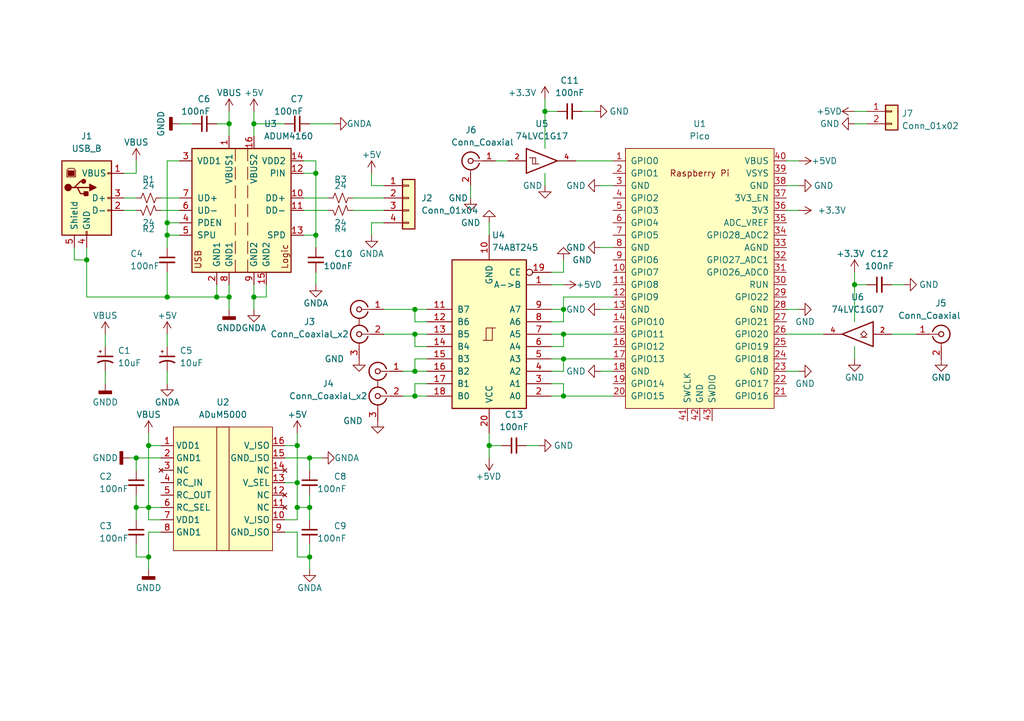
<source format=kicad_sch>
(kicad_sch (version 20211123) (generator eeschema)
  (paper "A5")
  (lib_symbols
    (symbol "74xGxx:74LVC1G07" (pin_names (offset 1.016))
      (property "Reference" "U" (at -2.54 3.81 0))
      (property "Value" "74LVC1G07" (at 0 -3.81 0))
      (symbol "74LVC1G07_0_1"
        (polyline (pts (xy -2.54 -0.635) (xy -1.27 -0.635)))
        (polyline (pts (xy -3.81 2.54) (xy -3.81 -2.54) (xy 2.54 0) (xy -3.81 2.54)) (stroke (width 0.254)))
        (polyline (pts (xy -1.905 0.635) (xy -2.54 0) (xy -1.905 -0.635) (xy -1.27 0) (xy -1.905 0.635)))
      )
      (symbol "74LVC1G07_1_1"
        (pin input line (at -7.62 0 0) (length 3.81) (name "~") (number "2"))
        (pin power_in line (at 0 -2.54 270) (length 0) hide (name "GND") (number "3"))
        (pin open_collector line (at 6.35 0 180) (length 3.81) (name "~") (number "4"))
        (pin power_in line (at 0 2.54 90) (length 0) hide (name "VCC") (number "5"))
      )
    )
    (symbol "74xGxx:74LVC1G17" (pin_names (offset 1.016))
      (property "Reference" "U" (at -2.54 3.81 0))
      (property "Value" "74LVC1G17" (at 0 -3.81 0))
      (symbol "74LVC1G17_0_1"
        (polyline (pts (xy -2.54 0.635) (xy -1.905 0.635) (xy -1.905 -0.635)))
        (polyline (pts (xy -3.81 2.54) (xy -3.81 -2.54) (xy 2.54 0) (xy -3.81 2.54)) (stroke (width 0.254)))
        (polyline (pts (xy -3.175 0.635) (xy -2.54 0.635) (xy -2.54 -0.635) (xy -1.27 -0.635)))
      )
      (symbol "74LVC1G17_1_1"
        (pin input line (at -7.62 0 0) (length 3.81) (name "~") (number "2"))
        (pin power_in line (at 0 -2.54 270) (length 0) hide (name "GND") (number "3"))
        (pin output line (at 6.35 0 180) (length 3.81) (name "~") (number "4"))
        (pin power_in line (at 0 2.54 90) (length 0) hide (name "VCC") (number "5"))
      )
    )
    (symbol "74xx:74LS245" (pin_names (offset 1.016))
      (property "Reference" "U" (at -7.62 16.51 0))
      (property "Value" "74LS245" (at -7.62 -16.51 0))
      (symbol "74LS245_1_0"
        (polyline (pts (xy -0.635 -1.27) (xy -0.635 1.27) (xy 0.635 1.27)))
        (polyline (pts (xy -1.27 -1.27) (xy 0.635 -1.27) (xy 0.635 1.27) (xy 1.27 1.27)))
        (pin input line (at -12.7 -10.16 0) (length 5.08) (name "A->B") (number "1"))
        (pin power_in line (at 0 -20.32 90) (length 5.08) (name "GND") (number "10"))
        (pin tri_state line (at 12.7 -5.08 180) (length 5.08) (name "B7") (number "11"))
        (pin tri_state line (at 12.7 -2.54 180) (length 5.08) (name "B6") (number "12"))
        (pin tri_state line (at 12.7 0 180) (length 5.08) (name "B5") (number "13"))
        (pin tri_state line (at 12.7 2.54 180) (length 5.08) (name "B4") (number "14"))
        (pin tri_state line (at 12.7 5.08 180) (length 5.08) (name "B3") (number "15"))
        (pin tri_state line (at 12.7 7.62 180) (length 5.08) (name "B2") (number "16"))
        (pin tri_state line (at 12.7 10.16 180) (length 5.08) (name "B1") (number "17"))
        (pin tri_state line (at 12.7 12.7 180) (length 5.08) (name "B0") (number "18"))
        (pin input inverted (at -12.7 -12.7 0) (length 5.08) (name "CE") (number "19"))
        (pin tri_state line (at -12.7 12.7 0) (length 5.08) (name "A0") (number "2"))
        (pin power_in line (at 0 20.32 270) (length 5.08) (name "VCC") (number "20"))
        (pin tri_state line (at -12.7 10.16 0) (length 5.08) (name "A1") (number "3"))
        (pin tri_state line (at -12.7 7.62 0) (length 5.08) (name "A2") (number "4"))
        (pin tri_state line (at -12.7 5.08 0) (length 5.08) (name "A3") (number "5"))
        (pin tri_state line (at -12.7 2.54 0) (length 5.08) (name "A4") (number "6"))
        (pin tri_state line (at -12.7 0 0) (length 5.08) (name "A5") (number "7"))
        (pin tri_state line (at -12.7 -2.54 0) (length 5.08) (name "A6") (number "8"))
        (pin tri_state line (at -12.7 -5.08 0) (length 5.08) (name "A7") (number "9"))
      )
      (symbol "74LS245_1_1"
        (rectangle (start -7.62 15.24) (end 7.62 -15.24) (stroke (width 0.254)) (fill (type background)))
      )
    )
    (symbol "Connector:Conn_Coaxial" (pin_names (offset 1.016) hide)
      (property "Reference" "J" (at 0.254 3.048 0))
      (property "Value" "Conn_Coaxial" (at 2.921 0 90))
      (symbol "Conn_Coaxial_0_1"
        (arc (start -1.778 -0.508) (mid 0.2311 -1.8066) (end 1.778 0) (stroke (width 0.254)))
        (polyline (pts (xy -2.54 0) (xy -0.508 0)))
        (polyline (pts (xy 0 -2.54) (xy 0 -1.778)))
        (circle (center 0 0) (radius 0.508) (stroke (width 0.2032)))
        (arc (start 1.778 0) (mid 0.2099 1.8101) (end -1.778 0.508) (stroke (width 0.254)))
      )
      (symbol "Conn_Coaxial_1_1"
        (pin passive line (at -5.08 0 0) (length 2.54) (name "In") (number "1"))
        (pin passive line (at 0 -5.08 90) (length 2.54) (name "Ext") (number "2"))
      )
    )
    (symbol "Connector:Conn_Coaxial_x2" (pin_names (offset 1.016) hide)
      (property "Reference" "J" (at 0 5.715 0))
      (property "Value" "Conn_Coaxial_x2" (at 2.921 0 90))
      (symbol "Conn_Coaxial_x2_0_1"
        (arc (start -1.778 -3.048) (mid 0.2311 -4.3466) (end 1.778 -2.54) (stroke (width 0.254)))
        (arc (start -1.778 2.032) (mid 0.2311 0.7334) (end 1.778 2.54) (stroke (width 0.254)))
        (circle (center 0 -2.54) (radius 0.508) (stroke (width 0.2032)))
        (polyline (pts (xy -2.54 -2.54) (xy -0.508 -2.54)))
        (polyline (pts (xy -2.54 2.54) (xy -0.508 2.54)))
        (polyline (pts (xy 0 -5.08) (xy 0 -4.318)))
        (polyline (pts (xy 0 0.762) (xy 0 -0.635)))
        (circle (center 0 2.54) (radius 0.508) (stroke (width 0.2032)))
        (arc (start 1.778 -2.54) (mid 0.2099 -0.7299) (end -1.778 -2.032) (stroke (width 0.254)))
        (arc (start 1.778 2.54) (mid 0.2099 4.3501) (end -1.778 3.048) (stroke (width 0.254)))
      )
      (symbol "Conn_Coaxial_x2_1_1"
        (pin passive line (at -5.08 2.54 0) (length 2.54) (name "IN1") (number "1"))
        (pin passive line (at -5.08 -2.54 0) (length 2.54) (name "IN2") (number "2"))
        (pin passive line (at 0 -7.62 90) (length 2.54) (name "EXT") (number "3"))
      )
    )
    (symbol "Connector:USB_B" (pin_names (offset 1.016))
      (property "Reference" "J" (at -5.08 11.43 0))
      (property "Value" "USB_B" (at -5.08 8.89 0))
      (symbol "USB_B_0_1"
        (rectangle (start -5.08 -7.62) (end 5.08 7.62) (stroke (width 0.254)) (fill (type background)))
        (circle (center -3.81 2.159) (radius 0.635) (stroke (width 0.254)) (fill (type outline)))
        (rectangle (start -3.81 5.588) (end -2.54 4.572) (fill (type outline)))
        (circle (center -0.635 3.429) (radius 0.381) (stroke (width 0.254)) (fill (type outline)))
        (rectangle (start -0.127 -7.62) (end 0.127 -6.858))
        (polyline (pts (xy -1.905 2.159) (xy 0.635 2.159)) (stroke (width 0.254)))
        (polyline (pts (xy -3.175 2.159) (xy -2.54 2.159) (xy -1.27 3.429) (xy -0.635 3.429)) (stroke (width 0.254)))
        (polyline (pts (xy -2.54 2.159) (xy -1.905 2.159) (xy -1.27 0.889) (xy 0 0.889)) (stroke (width 0.254)))
        (polyline (pts (xy 0.635 2.794) (xy 0.635 1.524) (xy 1.905 2.159) (xy 0.635 2.794)) (stroke (width 0.254)) (fill (type outline)))
        (polyline (pts (xy -4.064 4.318) (xy -2.286 4.318) (xy -2.286 5.715) (xy -2.667 6.096) (xy -3.683 6.096) (xy -4.064 5.715) (xy -4.064 4.318)))
        (rectangle (start 0.254 1.27) (end -0.508 0.508) (stroke (width 0.254)) (fill (type outline)))
        (rectangle (start 5.08 -2.667) (end 4.318 -2.413))
        (rectangle (start 5.08 -0.127) (end 4.318 0.127))
        (rectangle (start 5.08 4.953) (end 4.318 5.207))
      )
      (symbol "USB_B_1_1"
        (pin power_out line (at 7.62 5.08 180) (length 2.54) (name "VBUS") (number "1"))
        (pin bidirectional line (at 7.62 -2.54 180) (length 2.54) (name "D-") (number "2"))
        (pin bidirectional line (at 7.62 0 180) (length 2.54) (name "D+") (number "3"))
        (pin power_out line (at 0 -10.16 90) (length 2.54) (name "GND") (number "4"))
        (pin passive line (at -2.54 -10.16 90) (length 2.54) (name "Shield") (number "5"))
      )
    )
    (symbol "Connector_Generic:Conn_01x02" (pin_names (offset 1.016) hide)
      (property "Reference" "J" (at 0 2.54 0))
      (property "Value" "Conn_01x02" (at 0 -5.08 0))
      (symbol "Conn_01x02_1_1"
        (rectangle (start -1.27 -2.413) (end 0 -2.667) (stroke (width 0.1524)))
        (rectangle (start -1.27 0.127) (end 0 -0.127) (stroke (width 0.1524)))
        (rectangle (start -1.27 1.27) (end 1.27 -3.81) (stroke (width 0.254)) (fill (type background)))
        (pin passive line (at -5.08 0 0) (length 3.81) (name "Pin_1") (number "1"))
        (pin passive line (at -5.08 -2.54 0) (length 3.81) (name "Pin_2") (number "2"))
      )
    )
    (symbol "Connector_Generic:Conn_01x04" (pin_names (offset 1.016) hide)
      (property "Reference" "J" (at 0 5.08 0))
      (property "Value" "Conn_01x04" (at 0 -7.62 0))
      (symbol "Conn_01x04_1_1"
        (rectangle (start -1.27 -4.953) (end 0 -5.207) (stroke (width 0.1524)))
        (rectangle (start -1.27 -2.413) (end 0 -2.667) (stroke (width 0.1524)))
        (rectangle (start -1.27 0.127) (end 0 -0.127) (stroke (width 0.1524)))
        (rectangle (start -1.27 2.667) (end 0 2.413) (stroke (width 0.1524)))
        (rectangle (start -1.27 3.81) (end 1.27 -6.35) (stroke (width 0.254)) (fill (type background)))
        (pin passive line (at -5.08 2.54 0) (length 3.81) (name "Pin_1") (number "1"))
        (pin passive line (at -5.08 0 0) (length 3.81) (name "Pin_2") (number "2"))
        (pin passive line (at -5.08 -2.54 0) (length 3.81) (name "Pin_3") (number "3"))
        (pin passive line (at -5.08 -5.08 0) (length 3.81) (name "Pin_4") (number "4"))
      )
    )
    (symbol "Device:C_Polarized_Small_US" (pin_numbers hide) (pin_names (offset 0.254) hide)
      (property "Reference" "C" (at 0.254 1.778 0))
      (property "Value" "C_Polarized_Small_US" (at 0.254 -2.032 0))
      (symbol "C_Polarized_Small_US_0_1"
        (polyline (pts (xy -1.524 0.508) (xy 1.524 0.508)) (stroke (width 0.3048)))
        (polyline (pts (xy -1.27 1.524) (xy -0.762 1.524)))
        (polyline (pts (xy -1.016 1.27) (xy -1.016 1.778)))
        (arc (start 1.524 -0.762) (mid 0 -0.3734) (end -1.524 -0.762) (stroke (width 0.3048)))
      )
      (symbol "C_Polarized_Small_US_1_1"
        (pin passive line (at 0 2.54 270) (length 2.032) (name "~") (number "1"))
        (pin passive line (at 0 -2.54 90) (length 2.032) (name "~") (number "2"))
      )
    )
    (symbol "Device:C_Small" (pin_numbers hide) (pin_names (offset 0.254) hide)
      (property "Reference" "C" (at 0.254 1.778 0))
      (property "Value" "C_Small" (at 0.254 -2.032 0))
      (symbol "C_Small_0_1"
        (polyline (pts (xy -1.524 -0.508) (xy 1.524 -0.508)) (stroke (width 0.3302)))
        (polyline (pts (xy -1.524 0.508) (xy 1.524 0.508)) (stroke (width 0.3048)))
      )
      (symbol "C_Small_1_1"
        (pin passive line (at 0 2.54 270) (length 2.032) (name "~") (number "1"))
        (pin passive line (at 0 -2.54 90) (length 2.032) (name "~") (number "2"))
      )
    )
    (symbol "Device:R_Small_US" (pin_numbers hide) (pin_names (offset 0.254) hide)
      (property "Reference" "R" (at 0.762 0.508 0))
      (property "Value" "R_Small_US" (at 0.762 -1.016 0))
      (symbol "R_Small_US_1_1"
        (polyline (pts (xy 0 0) (xy 1.016 -0.381) (xy 0 -0.762) (xy -1.016 -1.143) (xy 0 -1.524)))
        (polyline (pts (xy 0 1.524) (xy 1.016 1.143) (xy 0 0.762) (xy -1.016 0.381) (xy 0 0)))
        (pin passive line (at 0 2.54 270) (length 1.016) (name "~") (number "1"))
        (pin passive line (at 0 -2.54 90) (length 1.016) (name "~") (number "2"))
      )
    )
    (symbol "Interface_USB:ADUM4160" (pin_names (offset 1.016))
      (property "Reference" "U" (at -10.16 13.97 0))
      (property "Value" "ADUM4160" (at 3.81 13.97 0))
      (symbol "ADUM4160_0_0"
        (text "Logic" (at 8.89 -12.065 900) (effects (font (size 1.27 1.27)) (justify left)))
      )
      (symbol "ADUM4160_0_1"
        (rectangle (start -10.16 12.7) (end 10.16 -12.7) (stroke (width 0.254)) (fill (type background)))
        (polyline (pts (xy -1.27 -10.16) (xy -1.27 -12.7)))
        (polyline (pts (xy -1.27 -6.35) (xy -1.27 -8.89)))
        (polyline (pts (xy -1.27 -2.54) (xy -1.27 -5.08)))
        (polyline (pts (xy -1.27 1.27) (xy -1.27 -1.27)))
        (polyline (pts (xy -1.27 5.08) (xy -1.27 2.54)))
        (polyline (pts (xy -1.27 8.89) (xy -1.27 6.35)))
        (polyline (pts (xy -1.27 12.7) (xy -1.27 10.16)))
        (polyline (pts (xy 1.27 -10.16) (xy 1.27 -12.7)))
        (polyline (pts (xy 1.27 -6.35) (xy 1.27 -8.89)))
        (polyline (pts (xy 1.27 -2.54) (xy 1.27 -5.08)))
        (polyline (pts (xy 1.27 1.27) (xy 1.27 -1.27)))
        (polyline (pts (xy 1.27 5.08) (xy 1.27 2.54)))
        (polyline (pts (xy 1.27 8.89) (xy 1.27 6.35)))
        (polyline (pts (xy 1.27 12.7) (xy 1.27 10.16)))
      )
      (symbol "ADUM4160_1_0"
        (text "USB" (at -8.89 -12.065 900) (effects (font (size 1.27 1.27)) (justify left)))
      )
      (symbol "ADUM4160_1_1"
        (pin power_in line (at -2.54 15.24 270) (length 2.54) (name "VBUS1") (number "1"))
        (pin bidirectional line (at 12.7 2.54 180) (length 2.54) (name "DD+") (number "10"))
        (pin bidirectional line (at 12.7 0 180) (length 2.54) (name "DD-") (number "11"))
        (pin input line (at 12.7 7.62 180) (length 2.54) (name "PIN") (number "12"))
        (pin input line (at 12.7 -5.08 180) (length 2.54) (name "SPD") (number "13"))
        (pin power_in line (at 12.7 10.16 180) (length 2.54) (name "VDD2") (number "14"))
        (pin power_in line (at 5.08 -15.24 90) (length 2.54) (name "GND2") (number "15"))
        (pin power_in line (at 2.54 15.24 270) (length 2.54) (name "VBUS2") (number "16"))
        (pin power_in line (at -5.08 -15.24 90) (length 2.54) (name "GND1") (number "2"))
        (pin power_in line (at -12.7 10.16 0) (length 2.54) (name "VDD1") (number "3"))
        (pin input line (at -12.7 -2.54 0) (length 2.54) (name "PDEN") (number "4"))
        (pin input line (at -12.7 -5.08 0) (length 2.54) (name "SPU") (number "5"))
        (pin bidirectional line (at -12.7 0 0) (length 2.54) (name "UD-") (number "6"))
        (pin bidirectional line (at -12.7 2.54 0) (length 2.54) (name "UD+") (number "7"))
        (pin power_in line (at -2.54 -15.24 90) (length 2.54) (name "GND1") (number "8"))
        (pin power_in line (at 2.54 -15.24 90) (length 2.54) (name "GND2") (number "9"))
      )
    )
    (symbol "MCU_RaspberryPi_and_Boards:Pico" (pin_names (offset 1.016))
      (property "Reference" "U" (at -13.97 27.94 0))
      (property "Value" "Pico" (at 0 19.05 0))
      (symbol "Pico_0_0"
        (text "Raspberry Pi" (at 0 21.59 0) (effects (font (size 1.27 1.27))))
      )
      (symbol "Pico_0_1"
        (rectangle (start -15.24 26.67) (end 15.24 -26.67) (fill (type background)))
      )
      (symbol "Pico_1_1"
        (pin bidirectional line (at -17.78 24.13 0) (length 2.54) (name "GPIO0") (number "1"))
        (pin bidirectional line (at -17.78 1.27 0) (length 2.54) (name "GPIO7") (number "10"))
        (pin bidirectional line (at -17.78 -1.27 0) (length 2.54) (name "GPIO8") (number "11"))
        (pin bidirectional line (at -17.78 -3.81 0) (length 2.54) (name "GPIO9") (number "12"))
        (pin power_in line (at -17.78 -6.35 0) (length 2.54) (name "GND") (number "13"))
        (pin bidirectional line (at -17.78 -8.89 0) (length 2.54) (name "GPIO10") (number "14"))
        (pin bidirectional line (at -17.78 -11.43 0) (length 2.54) (name "GPIO11") (number "15"))
        (pin bidirectional line (at -17.78 -13.97 0) (length 2.54) (name "GPIO12") (number "16"))
        (pin bidirectional line (at -17.78 -16.51 0) (length 2.54) (name "GPIO13") (number "17"))
        (pin power_in line (at -17.78 -19.05 0) (length 2.54) (name "GND") (number "18"))
        (pin bidirectional line (at -17.78 -21.59 0) (length 2.54) (name "GPIO14") (number "19"))
        (pin bidirectional line (at -17.78 21.59 0) (length 2.54) (name "GPIO1") (number "2"))
        (pin bidirectional line (at -17.78 -24.13 0) (length 2.54) (name "GPIO15") (number "20"))
        (pin bidirectional line (at 17.78 -24.13 180) (length 2.54) (name "GPIO16") (number "21"))
        (pin bidirectional line (at 17.78 -21.59 180) (length 2.54) (name "GPIO17") (number "22"))
        (pin power_in line (at 17.78 -19.05 180) (length 2.54) (name "GND") (number "23"))
        (pin bidirectional line (at 17.78 -16.51 180) (length 2.54) (name "GPIO18") (number "24"))
        (pin bidirectional line (at 17.78 -13.97 180) (length 2.54) (name "GPIO19") (number "25"))
        (pin bidirectional line (at 17.78 -11.43 180) (length 2.54) (name "GPIO20") (number "26"))
        (pin bidirectional line (at 17.78 -8.89 180) (length 2.54) (name "GPIO21") (number "27"))
        (pin power_in line (at 17.78 -6.35 180) (length 2.54) (name "GND") (number "28"))
        (pin bidirectional line (at 17.78 -3.81 180) (length 2.54) (name "GPIO22") (number "29"))
        (pin power_in line (at -17.78 19.05 0) (length 2.54) (name "GND") (number "3"))
        (pin input line (at 17.78 -1.27 180) (length 2.54) (name "RUN") (number "30"))
        (pin bidirectional line (at 17.78 1.27 180) (length 2.54) (name "GPIO26_ADC0") (number "31"))
        (pin bidirectional line (at 17.78 3.81 180) (length 2.54) (name "GPIO27_ADC1") (number "32"))
        (pin power_in line (at 17.78 6.35 180) (length 2.54) (name "AGND") (number "33"))
        (pin bidirectional line (at 17.78 8.89 180) (length 2.54) (name "GPIO28_ADC2") (number "34"))
        (pin unspecified line (at 17.78 11.43 180) (length 2.54) (name "ADC_VREF") (number "35"))
        (pin unspecified line (at 17.78 13.97 180) (length 2.54) (name "3V3") (number "36"))
        (pin input line (at 17.78 16.51 180) (length 2.54) (name "3V3_EN") (number "37"))
        (pin bidirectional line (at 17.78 19.05 180) (length 2.54) (name "GND") (number "38"))
        (pin unspecified line (at 17.78 21.59 180) (length 2.54) (name "VSYS") (number "39"))
        (pin bidirectional line (at -17.78 16.51 0) (length 2.54) (name "GPIO2") (number "4"))
        (pin unspecified line (at 17.78 24.13 180) (length 2.54) (name "VBUS") (number "40"))
        (pin input line (at -2.54 -29.21 90) (length 2.54) (name "SWCLK") (number "41"))
        (pin power_in line (at 0 -29.21 90) (length 2.54) (name "GND") (number "42"))
        (pin bidirectional line (at 2.54 -29.21 90) (length 2.54) (name "SWDIO") (number "43"))
        (pin bidirectional line (at -17.78 13.97 0) (length 2.54) (name "GPIO3") (number "5"))
        (pin bidirectional line (at -17.78 11.43 0) (length 2.54) (name "GPIO4") (number "6"))
        (pin bidirectional line (at -17.78 8.89 0) (length 2.54) (name "GPIO5") (number "7"))
        (pin power_in line (at -17.78 6.35 0) (length 2.54) (name "GND") (number "8"))
        (pin bidirectional line (at -17.78 3.81 0) (length 2.54) (name "GPIO6") (number "9"))
      )
    )
    (symbol "Regulator_Switching:ADuM6000"
      (property "Reference" "U" (at -10.16 12.7 0))
      (property "Value" "ADuM6000" (at 0 12.7 0))
      (symbol "ADuM6000_0_1"
        (rectangle (start -10.16 11.43) (end 10.16 -13.97) (fill (type background)))
        (rectangle (start -1.27 11.43) (end 1.27 -13.97))
      )
      (symbol "ADuM6000_1_1"
        (pin power_in line (at -12.7 7.62 0) (length 2.54) (name "VDD1") (number "1"))
        (pin passive line (at 12.7 -7.62 180) (length 2.54) (name "V_ISO") (number "10"))
        (pin no_connect line (at 12.7 -5.08 180) (length 2.54) (name "NC") (number "11"))
        (pin no_connect line (at 12.7 -2.54 180) (length 2.54) (name "NC") (number "12"))
        (pin input line (at 12.7 0 180) (length 2.54) (name "V_SEL") (number "13"))
        (pin no_connect line (at 12.7 2.54 180) (length 2.54) (name "NC") (number "14"))
        (pin passive line (at 12.7 5.08 180) (length 2.54) (name "GND_ISO") (number "15"))
        (pin power_out line (at 12.7 7.62 180) (length 2.54) (name "V_ISO") (number "16"))
        (pin power_in line (at -12.7 5.08 0) (length 2.54) (name "GND1") (number "2"))
        (pin no_connect line (at -12.7 2.54 0) (length 2.54) (name "NC") (number "3"))
        (pin input line (at -12.7 0 0) (length 2.54) (name "RC_IN") (number "4"))
        (pin output line (at -12.7 -2.54 0) (length 2.54) (name "RC_OUT") (number "5"))
        (pin input line (at -12.7 -5.08 0) (length 2.54) (name "RC_SEL") (number "6"))
        (pin power_in line (at -12.7 -7.62 0) (length 2.54) (name "VDD1") (number "7"))
        (pin power_in line (at -12.7 -10.16 0) (length 2.54) (name "GND1") (number "8"))
        (pin power_out line (at 12.7 -10.16 180) (length 2.54) (name "GND_ISO") (number "9"))
      )
    )
    (symbol "power:+3.3V" (power) (pin_names (offset 0))
      (property "Value" "+3.3V" (at 0 3.556 0))
      (symbol "+3.3V_0_1"
        (polyline (pts (xy -0.762 1.27) (xy 0 2.54)))
        (polyline (pts (xy 0 0) (xy 0 2.54)))
        (polyline (pts (xy 0 2.54) (xy 0.762 1.27)))
      )
      (symbol "+3.3V_1_1"
        (pin power_in line (at 0 0 90) (length 0) hide (name "+3.3V") (number "1"))
      )
    )
    (symbol "power:+5V" (power) (pin_names (offset 0))
      (property "Value" "+5V" (at 0 3.556 0))
      (symbol "+5V_0_1"
        (polyline (pts (xy -0.762 1.27) (xy 0 2.54)))
        (polyline (pts (xy 0 0) (xy 0 2.54)))
        (polyline (pts (xy 0 2.54) (xy 0.762 1.27)))
      )
      (symbol "+5V_1_1"
        (pin power_in line (at 0 0 90) (length 0) hide (name "+5V") (number "1"))
      )
    )
    (symbol "power:+5VD" (power) (pin_names (offset 0))
      (property "Value" "+5VD" (at 0 3.556 0))
      (symbol "+5VD_0_1"
        (polyline (pts (xy -0.762 1.27) (xy 0 2.54)))
        (polyline (pts (xy 0 0) (xy 0 2.54)))
        (polyline (pts (xy 0 2.54) (xy 0.762 1.27)))
      )
      (symbol "+5VD_1_1"
        (pin power_in line (at 0 0 90) (length 0) hide (name "+5VD") (number "1"))
      )
    )
    (symbol "power:GND" (power) (pin_names (offset 0))
      (property "Value" "GND" (at 0 -3.81 0))
      (symbol "GND_0_1"
        (polyline (pts (xy 0 0) (xy 0 -1.27) (xy 1.27 -1.27) (xy 0 -2.54) (xy -1.27 -1.27) (xy 0 -1.27)))
      )
      (symbol "GND_1_1"
        (pin power_in line (at 0 0 270) (length 0) hide (name "GND") (number "1"))
      )
    )
    (symbol "power:GNDA" (power) (pin_names (offset 0))
      (property "Value" "GNDA" (at 0 -3.81 0))
      (symbol "GNDA_0_1"
        (polyline (pts (xy 0 0) (xy 0 -1.27) (xy 1.27 -1.27) (xy 0 -2.54) (xy -1.27 -1.27) (xy 0 -1.27)))
      )
      (symbol "GNDA_1_1"
        (pin power_in line (at 0 0 270) (length 0) hide (name "GNDA") (number "1"))
      )
    )
    (symbol "power:GNDD" (power) (pin_names (offset 0))
      (property "Value" "GNDD" (at 0 -3.175 0))
      (symbol "GNDD_0_1"
        (rectangle (start -1.27 -1.524) (end 1.27 -2.032) (stroke (width 0.254)) (fill (type outline)))
        (polyline (pts (xy 0 0) (xy 0 -1.524)))
      )
      (symbol "GNDD_1_1"
        (pin power_in line (at 0 0 270) (length 0) hide (name "GNDD") (number "1"))
      )
    )
    (symbol "power:VBUS" (power) (pin_names (offset 0))
      (property "Value" "VBUS" (at 0 3.81 0))
      (symbol "VBUS_0_1"
        (polyline (pts (xy -0.762 1.27) (xy 0 2.54)))
        (polyline (pts (xy 0 0) (xy 0 2.54)))
        (polyline (pts (xy 0 2.54) (xy 0.762 1.27)))
      )
      (symbol "VBUS_1_1"
        (pin power_in line (at 0 0 90) (length 0) hide (name "VBUS") (number "1"))
      )
    )
  )
  (junction (at 115.57 68.58))
  (junction (at 63.5 93.98))
  (junction (at 85.09 63.5))
  (junction (at 60.96 91.44))
  (junction (at 85.09 81.28))
  (junction (at 46.99 60.96))
  (junction (at 100.33 91.44))
  (junction (at 64.77 35.56))
  (junction (at 44.45 60.96))
  (junction (at 30.48 104.14))
  (junction (at 27.94 93.98))
  (junction (at 60.96 99.06))
  (junction (at 30.48 91.44))
  (junction (at 175.26 58.42))
  (junction (at 64.77 48.26))
  (junction (at 111.76 22.86))
  (junction (at 34.29 60.96))
  (junction (at 30.48 114.3))
  (junction (at 115.57 73.66))
  (junction (at 52.07 25.4))
  (junction (at 46.99 25.4))
  (junction (at 115.57 81.28))
  (junction (at 34.29 45.72))
  (junction (at 115.57 63.5))
  (junction (at 85.09 76.2))
  (junction (at 27.94 104.14))
  (junction (at 17.78 53.34))
  (junction (at 63.5 104.14))
  (junction (at 34.29 48.26))
  (junction (at 52.07 60.96))
  (junction (at 85.09 68.58))
  (junction (at 63.5 114.3))
  (junction (at 60.96 104.14))
  (wire (pts (xy 161.29 76.2) (xy 163.83 76.2)))
  (wire (pts (xy 85.09 68.58) (xy 87.63 68.58)))
  (wire (pts (xy 115.57 78.74) (xy 115.57 81.28)))
  (wire (pts (xy 113.03 76.2) (xy 115.57 76.2)))
  (wire (pts (xy 60.96 88.9) (xy 60.96 91.44)))
  (wire (pts (xy 123.19 76.2) (xy 125.73 76.2)))
  (wire (pts (xy 46.99 22.86) (xy 46.99 25.4)))
  (wire (pts (xy 27.94 111.76) (xy 27.94 114.3)))
  (wire (pts (xy 175.26 58.42) (xy 177.8 58.42)))
  (wire (pts (xy 15.24 50.8) (xy 15.24 53.34)))
  (wire (pts (xy 36.83 25.4) (xy 39.37 25.4)))
  (wire (pts (xy 85.09 73.66) (xy 85.09 76.2)))
  (wire (pts (xy 85.09 76.2) (xy 87.63 76.2)))
  (wire (pts (xy 36.83 33.02) (xy 34.29 33.02)))
  (wire (pts (xy 182.88 58.42) (xy 185.42 58.42)))
  (wire (pts (xy 17.78 60.96) (xy 34.29 60.96)))
  (wire (pts (xy 76.2 35.56) (xy 76.2 38.1)))
  (wire (pts (xy 87.63 71.12) (xy 85.09 71.12)))
  (wire (pts (xy 113.03 71.12) (xy 115.57 71.12)))
  (wire (pts (xy 101.6 33.02) (xy 104.14 33.02)))
  (wire (pts (xy 64.77 55.88) (xy 64.77 58.42)))
  (wire (pts (xy 60.96 114.3) (xy 63.5 114.3)))
  (wire (pts (xy 33.02 43.18) (xy 36.83 43.18)))
  (wire (pts (xy 96.52 38.1) (xy 96.52 40.64)))
  (wire (pts (xy 100.33 45.72) (xy 100.33 48.26)))
  (wire (pts (xy 17.78 60.96) (xy 17.78 53.34)))
  (wire (pts (xy 63.5 93.98) (xy 58.42 93.98)))
  (wire (pts (xy 64.77 33.02) (xy 64.77 35.56)))
  (wire (pts (xy 82.55 81.28) (xy 85.09 81.28)))
  (wire (pts (xy 72.39 40.64) (xy 78.74 40.64)))
  (wire (pts (xy 175.26 71.12) (xy 175.26 73.66)))
  (wire (pts (xy 60.96 99.06) (xy 60.96 91.44)))
  (wire (pts (xy 63.5 101.6) (xy 63.5 104.14)))
  (wire (pts (xy 54.61 60.96) (xy 52.07 60.96)))
  (wire (pts (xy 25.4 40.64) (xy 27.94 40.64)))
  (wire (pts (xy 27.94 104.14) (xy 27.94 106.68)))
  (wire (pts (xy 27.94 101.6) (xy 27.94 104.14)))
  (wire (pts (xy 62.23 48.26) (xy 64.77 48.26)))
  (wire (pts (xy 64.77 48.26) (xy 64.77 50.8)))
  (wire (pts (xy 72.39 43.18) (xy 78.74 43.18)))
  (wire (pts (xy 123.19 63.5) (xy 125.73 63.5)))
  (wire (pts (xy 85.09 81.28) (xy 87.63 81.28)))
  (wire (pts (xy 34.29 48.26) (xy 34.29 45.72)))
  (wire (pts (xy 161.29 43.18) (xy 163.83 43.18)))
  (wire (pts (xy 52.07 25.4) (xy 58.42 25.4)))
  (wire (pts (xy 87.63 66.04) (xy 85.09 66.04)))
  (wire (pts (xy 60.96 91.44) (xy 58.42 91.44)))
  (wire (pts (xy 87.63 78.74) (xy 85.09 78.74)))
  (wire (pts (xy 115.57 55.88) (xy 113.03 55.88)))
  (wire (pts (xy 111.76 22.86) (xy 111.76 30.48)))
  (wire (pts (xy 63.5 96.52) (xy 63.5 93.98)))
  (wire (pts (xy 123.19 38.1) (xy 125.73 38.1)))
  (wire (pts (xy 161.29 68.58) (xy 168.91 68.58)))
  (wire (pts (xy 175.26 22.86) (xy 177.8 22.86)))
  (wire (pts (xy 58.42 109.22) (xy 60.96 109.22)))
  (wire (pts (xy 161.29 38.1) (xy 163.83 38.1)))
  (wire (pts (xy 161.29 33.02) (xy 163.83 33.02)))
  (wire (pts (xy 33.02 104.14) (xy 30.48 104.14)))
  (wire (pts (xy 118.11 33.02) (xy 125.73 33.02)))
  (wire (pts (xy 30.48 91.44) (xy 30.48 104.14)))
  (wire (pts (xy 54.61 58.42) (xy 54.61 60.96)))
  (wire (pts (xy 85.09 66.04) (xy 85.09 63.5)))
  (wire (pts (xy 52.07 22.86) (xy 52.07 25.4)))
  (wire (pts (xy 63.5 104.14) (xy 63.5 106.68)))
  (wire (pts (xy 44.45 25.4) (xy 46.99 25.4)))
  (wire (pts (xy 85.09 71.12) (xy 85.09 68.58)))
  (wire (pts (xy 44.45 60.96) (xy 46.99 60.96)))
  (wire (pts (xy 27.94 93.98) (xy 33.02 93.98)))
  (wire (pts (xy 111.76 35.56) (xy 111.76 38.1)))
  (wire (pts (xy 113.03 63.5) (xy 115.57 63.5)))
  (wire (pts (xy 26.67 93.98) (xy 27.94 93.98)))
  (wire (pts (xy 115.57 53.34) (xy 115.57 55.88)))
  (wire (pts (xy 60.96 109.22) (xy 60.96 114.3)))
  (wire (pts (xy 34.29 60.96) (xy 44.45 60.96)))
  (wire (pts (xy 119.38 22.86) (xy 121.92 22.86)))
  (wire (pts (xy 113.03 81.28) (xy 115.57 81.28)))
  (wire (pts (xy 64.77 35.56) (xy 62.23 35.56)))
  (wire (pts (xy 58.42 99.06) (xy 60.96 99.06)))
  (wire (pts (xy 76.2 38.1) (xy 78.74 38.1)))
  (wire (pts (xy 107.95 91.44) (xy 110.49 91.44)))
  (wire (pts (xy 111.76 22.86) (xy 114.3 22.86)))
  (wire (pts (xy 21.59 68.58) (xy 21.59 71.12)))
  (wire (pts (xy 175.26 58.42) (xy 175.26 66.04)))
  (wire (pts (xy 115.57 60.96) (xy 125.73 60.96)))
  (wire (pts (xy 82.55 76.2) (xy 85.09 76.2)))
  (wire (pts (xy 113.03 58.42) (xy 115.57 58.42)))
  (wire (pts (xy 78.74 63.5) (xy 85.09 63.5)))
  (wire (pts (xy 115.57 76.2) (xy 115.57 73.66)))
  (wire (pts (xy 52.07 60.96) (xy 52.07 63.5)))
  (wire (pts (xy 30.48 91.44) (xy 33.02 91.44)))
  (wire (pts (xy 33.02 106.68) (xy 30.48 106.68)))
  (wire (pts (xy 30.48 109.22) (xy 33.02 109.22)))
  (wire (pts (xy 30.48 114.3) (xy 30.48 116.84)))
  (wire (pts (xy 63.5 93.98) (xy 66.04 93.98)))
  (wire (pts (xy 30.48 88.9) (xy 30.48 91.44)))
  (wire (pts (xy 63.5 111.76) (xy 63.5 114.3)))
  (wire (pts (xy 161.29 63.5) (xy 163.83 63.5)))
  (wire (pts (xy 123.19 50.8) (xy 125.73 50.8)))
  (wire (pts (xy 85.09 63.5) (xy 87.63 63.5)))
  (wire (pts (xy 115.57 68.58) (xy 125.73 68.58)))
  (wire (pts (xy 27.94 104.14) (xy 30.48 104.14)))
  (wire (pts (xy 46.99 58.42) (xy 46.99 60.96)))
  (wire (pts (xy 113.03 68.58) (xy 115.57 68.58)))
  (wire (pts (xy 27.94 35.56) (xy 25.4 35.56)))
  (wire (pts (xy 25.4 43.18) (xy 27.94 43.18)))
  (wire (pts (xy 62.23 43.18) (xy 67.31 43.18)))
  (wire (pts (xy 115.57 63.5) (xy 115.57 66.04)))
  (wire (pts (xy 63.5 25.4) (xy 68.58 25.4)))
  (wire (pts (xy 113.03 78.74) (xy 115.57 78.74)))
  (wire (pts (xy 62.23 40.64) (xy 67.31 40.64)))
  (wire (pts (xy 17.78 53.34) (xy 17.78 50.8)))
  (wire (pts (xy 100.33 91.44) (xy 100.33 93.98)))
  (wire (pts (xy 60.96 104.14) (xy 60.96 99.06)))
  (wire (pts (xy 62.23 33.02) (xy 64.77 33.02)))
  (wire (pts (xy 34.29 55.88) (xy 34.29 60.96)))
  (wire (pts (xy 34.29 76.2) (xy 34.29 78.74)))
  (wire (pts (xy 100.33 88.9) (xy 100.33 91.44)))
  (wire (pts (xy 64.77 48.26) (xy 64.77 35.56)))
  (wire (pts (xy 78.74 68.58) (xy 85.09 68.58)))
  (wire (pts (xy 111.76 20.32) (xy 111.76 22.86)))
  (wire (pts (xy 175.26 55.88) (xy 175.26 58.42)))
  (wire (pts (xy 175.26 25.4) (xy 177.8 25.4)))
  (wire (pts (xy 52.07 58.42) (xy 52.07 60.96)))
  (wire (pts (xy 30.48 114.3) (xy 27.94 114.3)))
  (wire (pts (xy 58.42 106.68) (xy 60.96 106.68)))
  (wire (pts (xy 60.96 106.68) (xy 60.96 104.14)))
  (wire (pts (xy 100.33 91.44) (xy 102.87 91.44)))
  (wire (pts (xy 36.83 45.72) (xy 34.29 45.72)))
  (wire (pts (xy 36.83 48.26) (xy 34.29 48.26)))
  (wire (pts (xy 60.96 104.14) (xy 63.5 104.14)))
  (wire (pts (xy 87.63 73.66) (xy 85.09 73.66)))
  (wire (pts (xy 46.99 60.96) (xy 46.99 63.5)))
  (wire (pts (xy 115.57 73.66) (xy 125.73 73.66)))
  (wire (pts (xy 27.94 33.02) (xy 27.94 35.56)))
  (wire (pts (xy 115.57 60.96) (xy 115.57 63.5)))
  (wire (pts (xy 115.57 81.28) (xy 125.73 81.28)))
  (wire (pts (xy 34.29 48.26) (xy 34.29 50.8)))
  (wire (pts (xy 44.45 58.42) (xy 44.45 60.96)))
  (wire (pts (xy 182.88 68.58) (xy 187.96 68.58)))
  (wire (pts (xy 46.99 25.4) (xy 46.99 27.94)))
  (wire (pts (xy 27.94 93.98) (xy 27.94 96.52)))
  (wire (pts (xy 15.24 53.34) (xy 17.78 53.34)))
  (wire (pts (xy 113.03 66.04) (xy 115.57 66.04)))
  (wire (pts (xy 21.59 76.2) (xy 21.59 78.74)))
  (wire (pts (xy 34.29 33.02) (xy 34.29 45.72)))
  (wire (pts (xy 34.29 68.58) (xy 34.29 71.12)))
  (wire (pts (xy 76.2 45.72) (xy 78.74 45.72)))
  (wire (pts (xy 115.57 71.12) (xy 115.57 68.58)))
  (wire (pts (xy 30.48 104.14) (xy 30.48 106.68)))
  (wire (pts (xy 76.2 48.26) (xy 76.2 45.72)))
  (wire (pts (xy 63.5 114.3) (xy 63.5 116.84)))
  (wire (pts (xy 33.02 40.64) (xy 36.83 40.64)))
  (wire (pts (xy 30.48 109.22) (xy 30.48 114.3)))
  (wire (pts (xy 113.03 73.66) (xy 115.57 73.66)))
  (wire (pts (xy 85.09 78.74) (xy 85.09 81.28)))
  (wire (pts (xy 52.07 25.4) (xy 52.07 27.94)))
  (symbol (lib_id "power:VBUS") (at 46.99 22.86 0) (unit 1)
    (property "Reference" "#PWR020" (effects hide))
    (property "Value" "VBUS" (at 46.99 19.05 0))
  )
  (symbol (lib_id "power:GND") (at 163.83 38.1 90) (unit 1)
    (property "Reference" "#PWR09" (effects hide))
    (property "Value" "GND" (at 168.91 38.1 90))
  )
  (symbol (lib_id "Device:C_Small") (at 116.84 22.86 90) (unit 1)
    (property "Reference" "C11" (at 116.8463 16.51 90))
    (property "Value" "100nF" (at 116.8463 19.05 90))
    (property "Footprint" "Capacitor_SMD:C_0805_2012Metric" (effects hide))
  )
  (symbol (lib_id "power:GNDD") (at 21.59 78.74 0) (unit 1)
    (property "Reference" "#PWR02" (effects hide))
    (property "Value" "GNDD" (at 21.59 82.55 0))
  )
  (symbol (lib_id "Device:C_Polarized_Small_US") (at 34.29 73.66 0) (unit 1)
    (property "Reference" "C5" (at 36.83 71.9581 0) (effects (justify left)))
    (property "Value" "10uF" (at 36.83 74.4981 0) (effects (justify left)))
    (property "Footprint" "Capacitor_THT:CP_Radial_D5.0mm_P2.00mm" (effects hide))
  )
  (symbol (lib_id "power:VBUS") (at 27.94 33.02 0) (unit 1)
    (property "Reference" "#PWR014" (effects hide))
    (property "Value" "VBUS" (at 27.94 29.21 0))
  )
  (symbol (lib_id "Connector:Conn_Coaxial") (at 96.52 33.02 0) (mirror y) (unit 1)
    (property "Reference" "J6" (at 97.79 26.67 0) (effects (justify left)))
    (property "Value" "Conn_Coaxial" (at 105.41 29.21 0) (effects (justify left)))
    (property "Footprint" "Connector_Coaxial:BNC_Amphenol_B6252HB-NPP3G-50_Horizontal" (effects hide))
    (property "Datasheet" " ~" (effects hide))
  )
  (symbol (lib_id "Interface_USB:ADUM4160") (at 49.53 43.18 0) (unit 1)
    (property "Reference" "U3" (at 54.0894 25.4 0) (effects (justify left)))
    (property "Value" "ADUM4160" (at 54.0894 27.94 0) (effects (justify left)))
    (property "Footprint" "Package_SO:SOIC-16W_7.5x10.3mm_P1.27mm" (effects hide))
    (property "Datasheet" "https://www.analog.com/media/en/technical-documentation/data-sheets/ADuM4160.pdf" (effects hide))
  )
  (symbol (lib_id "74xGxx:74LVC1G07") (at 175.26 68.58 0) (mirror y) (unit 1)
    (property "Reference" "U6" (at 175.895 60.96 0))
    (property "Value" "74LVC1G07" (at 175.895 63.5 0))
    (property "Footprint" "Package_TO_SOT_SMD:SOT-23-5_HandSoldering" (effects hide))
    (property "Datasheet" "http://www.ti.com/lit/sg/scyt129e/scyt129e.pdf" (effects hide))
  )
  (symbol (lib_id "Connector:USB_B") (at 17.78 40.64 0) (unit 1)
    (property "Reference" "J1" (at 17.78 27.94 0))
    (property "Value" "USB_B" (at 17.78 30.48 0))
    (property "Footprint" "Connector_USB:USB_B_OST_USB-B1HSxx_Horizontal" (effects hide))
    (property "Datasheet" " ~" (effects hide))
  )
  (symbol (lib_id "Device:C_Small") (at 63.5 99.06 0) (unit 1)
    (property "Reference" "C8" (at 71.12 97.79 0) (effects (justify right)))
    (property "Value" "100nF" (at 71.12 100.33 0) (effects (justify right)))
    (property "Footprint" "Capacitor_SMD:C_0805_2012Metric" (effects hide))
  )
  (symbol (lib_id "power:GNDD") (at 46.99 63.5 0) (unit 1)
    (property "Reference" "#PWR021" (effects hide))
    (property "Value" "GNDD" (at 46.99 67.31 0))
  )
  (symbol (lib_id "power:GNDA") (at 64.77 58.42 0) (unit 1)
    (property "Reference" "#PWR026" (effects hide))
    (property "Value" "GNDA" (at 64.77 62.23 0))
  )
  (symbol (lib_id "power:+5V") (at 34.29 68.58 0) (unit 1)
    (property "Reference" "#PWR017" (effects hide))
    (property "Value" "+5V" (at 34.29 64.77 0))
  )
  (symbol (lib_id "Device:C_Small") (at 41.91 25.4 270) (mirror x) (unit 1)
    (property "Reference" "C6" (at 43.18 20.32 90) (effects (justify right)))
    (property "Value" "100nF" (at 43.18 22.86 90) (effects (justify right)))
    (property "Footprint" "Capacitor_SMD:C_0805_2012Metric" (effects hide))
  )
  (symbol (lib_id "power:GNDD") (at 26.67 93.98 270) (unit 1)
    (property "Reference" "#PWR013" (effects hide))
    (property "Value" "GNDD" (at 21.59 93.98 90))
  )
  (symbol (lib_id "Regulator_Switching:ADuM6000") (at 45.72 99.06 0) (unit 1)
    (property "Reference" "U2" (at 45.72 82.55 0))
    (property "Value" "ADuM5000" (at 45.72 85.09 0))
    (property "Footprint" "Package_SO:SOIC-16W_7.5x10.3mm_P1.27mm" (effects hide))
    (property "Datasheet" "https://www.analog.com/media/en/technical-documentation/data-sheets/ADuM6000.PDF" (effects hide))
  )
  (symbol (lib_id "Device:R_Small_US") (at 30.48 40.64 90) (unit 1)
    (property "Reference" "R1" (at 30.48 36.83 90))
    (property "Value" "24" (at 30.48 38.1 90))
    (property "Footprint" "Resistor_SMD:R_0805_2012Metric" (effects hide))
  )
  (symbol (lib_id "power:VBUS") (at 21.59 68.58 0) (unit 1)
    (property "Reference" "#PWR01" (effects hide))
    (property "Value" "VBUS" (at 21.59 64.77 0))
  )
  (symbol (lib_id "power:GNDA") (at 52.07 63.5 0) (unit 1)
    (property "Reference" "#PWR023" (effects hide))
    (property "Value" "GNDA" (at 52.07 67.31 0))
  )
  (symbol (lib_id "74xGxx:74LVC1G17") (at 111.76 33.02 0) (unit 1)
    (property "Reference" "U5" (at 111.125 25.4 0))
    (property "Value" "74LVC1G17" (at 111.125 27.94 0))
    (property "Footprint" "Package_TO_SOT_SMD:SOT-23-5_HandSoldering" (effects hide))
    (property "Datasheet" "http://www.ti.com/lit/sg/scyt129e/scyt129e.pdf" (effects hide))
  )
  (symbol (lib_id "power:+5V") (at 76.2 35.56 0) (unit 1)
    (property "Reference" "#PWR029" (effects hide))
    (property "Value" "+5V" (at 76.2 31.75 0))
  )
  (symbol (lib_id "Device:C_Small") (at 27.94 109.22 0) (mirror y) (unit 1)
    (property "Reference" "C3" (at 20.32 107.95 0) (effects (justify right)))
    (property "Value" "100nF" (at 20.32 110.49 0) (effects (justify right)))
    (property "Footprint" "Capacitor_SMD:C_0805_2012Metric" (effects hide))
  )
  (symbol (lib_id "power:GNDA") (at 63.5 116.84 0) (unit 1)
    (property "Reference" "#PWR025" (effects hide))
    (property "Value" "GNDA" (at 63.5 120.65 0))
  )
  (symbol (lib_id "power:GNDA") (at 66.04 93.98 90) (unit 1)
    (property "Reference" "#PWR027" (effects hide))
    (property "Value" "GNDA" (at 71.12 93.98 90))
  )
  (symbol (lib_id "power:GND") (at 175.26 25.4 270) (unit 1)
    (property "Reference" "#PWR044" (effects hide))
    (property "Value" "GND" (at 170.18 25.4 90))
  )
  (symbol (lib_id "power:GND") (at 123.19 76.2 270) (unit 1)
    (property "Reference" "#PWR08" (effects hide))
    (property "Value" "GND" (at 118.11 76.2 90))
  )
  (symbol (lib_id "power:GNDA") (at 68.58 25.4 90) (unit 1)
    (property "Reference" "#PWR028" (effects hide))
    (property "Value" "GNDA" (at 73.66 25.4 90))
  )
  (symbol (lib_id "Connector_Generic:Conn_01x02") (at 182.88 22.86 0) (unit 1)
    (property "Reference" "J7" (at 184.912 23.2953 0) (effects (justify left)))
    (property "Value" "Conn_01x02" (at 184.912 25.8322 0) (effects (justify left)))
    (property "Footprint" "Connector_PinHeader_2.54mm:PinHeader_1x02_P2.54mm_Vertical" (effects hide))
  )
  (symbol (lib_id "Device:C_Small") (at 34.29 53.34 0) (mirror y) (unit 1)
    (property "Reference" "C4" (at 26.67 52.07 0) (effects (justify right)))
    (property "Value" "100nF" (at 26.67 54.61 0) (effects (justify right)))
    (property "Footprint" "Capacitor_SMD:C_0805_2012Metric" (effects hide))
  )
  (symbol (lib_id "power:+5VD") (at 100.33 93.98 180) (unit 1)
    (property "Reference" "#PWR041" (effects hide))
    (property "Value" "+5VD" (at 102.87 97.79 0) (effects (justify left)))
  )
  (symbol (lib_id "Device:R_Small_US") (at 69.85 40.64 90) (unit 1)
    (property "Reference" "R3" (at 69.85 36.83 90))
    (property "Value" "24" (at 69.85 38.1 90))
    (property "Footprint" "Resistor_SMD:R_0805_2012Metric" (effects hide))
  )
  (symbol (lib_id "power:GND") (at 175.26 73.66 0) (mirror y) (unit 1)
    (property "Reference" "#PWR038" (effects hide))
    (property "Value" "GND" (at 175.26 77.47 0))
  )
  (symbol (lib_id "power:+3.3V") (at 163.83 43.18 270) (unit 1)
    (property "Reference" "#PWR036" (effects hide))
    (property "Value" "+3.3V" (at 167.64 43.1799 90) (effects (justify left)))
  )
  (symbol (lib_id "power:+3.3V") (at 111.76 20.32 0) (unit 1)
    (property "Reference" "#PWR032" (effects hide))
    (property "Value" "+3.3V" (at 104.14 19.05 0) (effects (justify left)))
  )
  (symbol (lib_id "power:GND") (at 115.57 53.34 180) (unit 1)
    (property "Reference" "#PWR034" (effects hide))
    (property "Value" "GND" (at 119.38 53.34 0))
  )
  (symbol (lib_id "Device:C_Small") (at 60.96 25.4 270) (mirror x) (unit 1)
    (property "Reference" "C7" (at 62.23 20.32 90) (effects (justify right)))
    (property "Value" "100nF" (at 62.23 22.86 90) (effects (justify right)))
    (property "Footprint" "Capacitor_SMD:C_0805_2012Metric" (effects hide))
  )
  (symbol (lib_id "power:+3.3V") (at 175.26 55.88 0) (unit 1)
    (property "Reference" "#PWR037" (effects hide))
    (property "Value" "+3.3V" (at 171.45 52.07 0) (effects (justify left)))
  )
  (symbol (lib_id "power:GND") (at 163.83 63.5 90) (unit 1)
    (property "Reference" "#PWR010" (effects hide))
    (property "Value" "GND" (at 165.1 66.04 90))
  )
  (symbol (lib_id "74xx:74LS245") (at 100.33 68.58 180) (unit 1)
    (property "Reference" "U4" (at 100.8506 48.26 0) (effects (justify right)))
    (property "Value" "74ABT245" (at 100.8506 50.8 0) (effects (justify right)))
    (property "Footprint" "Package_SO:SOIC-20W_7.5x12.8mm_P1.27mm" (effects hide))
    (property "Datasheet" "http://www.ti.com/lit/gpn/sn74LS245" (effects hide))
  )
  (symbol (lib_id "power:GND") (at 110.49 91.44 90) (unit 1)
    (property "Reference" "#PWR042" (effects hide))
    (property "Value" "GND" (at 115.57 91.44 90))
  )
  (symbol (lib_id "power:GND") (at 96.52 40.64 0) (unit 1)
    (property "Reference" "#PWR040" (effects hide))
    (property "Value" "GND" (at 93.98 40.64 0))
  )
  (symbol (lib_id "Device:C_Small") (at 27.94 99.06 0) (mirror y) (unit 1)
    (property "Reference" "C2" (at 20.32 97.79 0) (effects (justify right)))
    (property "Value" "100nF" (at 20.32 100.33 0) (effects (justify right)))
    (property "Footprint" "Capacitor_SMD:C_0805_2012Metric" (effects hide))
  )
  (symbol (lib_id "Connector:Conn_Coaxial_x2") (at 73.66 66.04 0) (mirror y) (unit 1)
    (property "Reference" "J3" (at 63.5 66.04 0))
    (property "Value" "Conn_Coaxial_x2" (at 63.5 68.58 0))
    (property "Footprint" "Connector_Coaxial:BNC_Amphenol_031-6575_Horizontal" (effects hide))
    (property "Datasheet" " ~" (effects hide))
  )
  (symbol (lib_id "Connector_Generic:Conn_01x04") (at 83.82 40.64 0) (unit 1)
    (property "Reference" "J2" (at 86.36 40.6399 0) (effects (justify left)))
    (property "Value" "Conn_01x04" (at 86.36 43.1799 0) (effects (justify left)))
    (property "Footprint" "Connector_PinHeader_2.54mm:PinHeader_1x04_P2.54mm_Vertical" (effects hide))
  )
  (symbol (lib_id "power:GND") (at 123.19 38.1 270) (unit 1)
    (property "Reference" "#PWR05" (effects hide))
    (property "Value" "GND" (at 118.11 38.1 90))
  )
  (symbol (lib_id "Device:R_Small_US") (at 30.48 43.18 90) (mirror x) (unit 1)
    (property "Reference" "R2" (at 30.48 46.99 90))
    (property "Value" "24" (at 30.48 45.72 90))
    (property "Footprint" "Resistor_SMD:R_0805_2012Metric" (effects hide))
  )
  (symbol (lib_id "power:GNDD") (at 30.48 116.84 0) (unit 1)
    (property "Reference" "#PWR016" (effects hide))
    (property "Value" "GNDD" (at 30.48 120.65 0))
  )
  (symbol (lib_id "power:+5VD") (at 163.83 33.02 270) (unit 1)
    (property "Reference" "#PWR0102" (effects hide))
    (property "Value" "+5VD" (at 166.37 33.02 90) (effects (justify left)))
  )
  (symbol (lib_id "power:GNDD") (at 36.83 25.4 270) (unit 1)
    (property "Reference" "#PWR019" (effects hide))
    (property "Value" "GNDD" (at 33.02 25.4 0))
  )
  (symbol (lib_id "power:GND") (at 193.04 73.66 0) (mirror y) (unit 1)
    (property "Reference" "#PWR012" (effects hide))
    (property "Value" "GND" (at 193.04 77.47 0))
  )
  (symbol (lib_id "power:GND") (at 121.92 22.86 90) (unit 1)
    (property "Reference" "#PWR035" (effects hide))
    (property "Value" "GND" (at 127 22.86 90))
  )
  (symbol (lib_id "power:GND") (at 123.19 50.8 270) (unit 1)
    (property "Reference" "#PWR06" (effects hide))
    (property "Value" "GND" (at 118.11 50.8 90))
  )
  (symbol (lib_id "power:+5V") (at 60.96 88.9 0) (unit 1)
    (property "Reference" "#PWR024" (effects hide))
    (property "Value" "+5V" (at 60.96 85.09 0))
  )
  (symbol (lib_id "Device:C_Small") (at 64.77 53.34 0) (unit 1)
    (property "Reference" "C10" (at 72.39 52.07 0) (effects (justify right)))
    (property "Value" "100nF" (at 72.39 54.61 0) (effects (justify right)))
    (property "Footprint" "Capacitor_SMD:C_0805_2012Metric" (effects hide))
  )
  (symbol (lib_id "Connector:Conn_Coaxial_x2") (at 77.47 78.74 0) (mirror y) (unit 1)
    (property "Reference" "J4" (at 67.31 78.74 0))
    (property "Value" "Conn_Coaxial_x2" (at 67.31 81.28 0))
    (property "Footprint" "Connector_Coaxial:BNC_Amphenol_031-6575_Horizontal" (effects hide))
    (property "Datasheet" " ~" (effects hide))
  )
  (symbol (lib_id "Device:R_Small_US") (at 69.85 43.18 90) (mirror x) (unit 1)
    (property "Reference" "R4" (at 69.85 46.99 90))
    (property "Value" "24" (at 69.85 45.72 90))
    (property "Footprint" "Resistor_SMD:R_0805_2012Metric" (effects hide))
  )
  (symbol (lib_id "power:GND") (at 111.76 38.1 0) (unit 1)
    (property "Reference" "#PWR033" (effects hide))
    (property "Value" "GND" (at 109.22 38.1 0))
  )
  (symbol (lib_id "Device:C_Small") (at 63.5 109.22 0) (unit 1)
    (property "Reference" "C9" (at 71.12 107.95 0) (effects (justify right)))
    (property "Value" "100nF" (at 71.12 110.49 0) (effects (justify right)))
    (property "Footprint" "Capacitor_SMD:C_0805_2012Metric" (effects hide))
  )
  (symbol (lib_id "Device:C_Small") (at 180.34 58.42 90) (unit 1)
    (property "Reference" "C12" (at 180.3463 52.07 90))
    (property "Value" "100nF" (at 180.3463 54.61 90))
    (property "Footprint" "Capacitor_SMD:C_0805_2012Metric" (effects hide))
  )
  (symbol (lib_id "power:GND") (at 163.83 76.2 90) (unit 1)
    (property "Reference" "#PWR011" (effects hide))
    (property "Value" "GND" (at 165.1 78.74 90))
  )
  (symbol (lib_id "power:GND") (at 73.66 73.66 0) (unit 1)
    (property "Reference" "#PWR03" (effects hide))
    (property "Value" "GND" (at 68.58 73.66 0))
  )
  (symbol (lib_id "Device:C_Small") (at 105.41 91.44 90) (unit 1)
    (property "Reference" "C13" (at 105.4163 85.09 90))
    (property "Value" "100nF" (at 105.4163 87.63 90))
    (property "Footprint" "Capacitor_SMD:C_0805_2012Metric" (effects hide))
  )
  (symbol (lib_id "power:GNDA") (at 34.29 78.74 0) (unit 1)
    (property "Reference" "#PWR018" (effects hide))
    (property "Value" "GNDA" (at 34.29 82.55 0))
  )
  (symbol (lib_id "power:GND") (at 100.33 45.72 0) (mirror x) (unit 1)
    (property "Reference" "#PWR031" (effects hide))
    (property "Value" "GND" (at 96.52 45.72 0))
  )
  (symbol (lib_id "power:+5V") (at 52.07 22.86 0) (unit 1)
    (property "Reference" "#PWR022" (effects hide))
    (property "Value" "+5V" (at 52.07 19.05 0))
  )
  (symbol (lib_id "power:GNDA") (at 76.2 48.26 0) (unit 1)
    (property "Reference" "#PWR030" (effects hide))
    (property "Value" "GNDA" (at 76.2 52.07 0))
  )
  (symbol (lib_id "MCU_RaspberryPi_and_Boards:Pico") (at 143.51 57.15 0) (unit 1)
    (property "Reference" "U1" (at 143.51 25.4 0))
    (property "Value" "Pico" (at 143.51 27.94 0))
    (property "Footprint" "MCU_RaspberryPi_and_Boards:RPi_Pico_SMD_TH" (effects hide))
  )
  (symbol (lib_id "power:+5VD") (at 175.26 22.86 90) (unit 1)
    (property "Reference" "#PWR043" (effects hide))
    (property "Value" "+5VD" (at 172.72 22.86 90) (effects (justify left)))
  )
  (symbol (lib_id "Device:C_Polarized_Small_US") (at 21.59 73.66 0) (unit 1)
    (property "Reference" "C1" (at 24.13 71.9581 0) (effects (justify left)))
    (property "Value" "10uF" (at 24.13 74.4981 0) (effects (justify left)))
    (property "Footprint" "Capacitor_THT:CP_Radial_D5.0mm_P2.00mm" (effects hide))
  )
  (symbol (lib_id "power:GND") (at 123.19 63.5 270) (unit 1)
    (property "Reference" "#PWR07" (effects hide))
    (property "Value" "GND" (at 118.11 63.5 90))
  )
  (symbol (lib_id "power:GND") (at 77.47 86.36 0) (unit 1)
    (property "Reference" "#PWR04" (effects hide))
    (property "Value" "GND" (at 72.39 86.36 0))
  )
  (symbol (lib_id "power:VBUS") (at 30.48 88.9 0) (unit 1)
    (property "Reference" "#PWR015" (effects hide))
    (property "Value" "VBUS" (at 30.48 85.09 0))
  )
  (symbol (lib_id "power:+5VD") (at 115.57 58.42 270) (unit 1)
    (property "Reference" "#PWR0101" (effects hide))
    (property "Value" "+5VD" (at 118.11 58.42 90) (effects (justify left)))
  )
  (symbol (lib_id "power:GND") (at 185.42 58.42 90) (unit 1)
    (property "Reference" "#PWR039" (effects hide))
    (property "Value" "GND" (at 190.5 58.42 90))
  )
  (symbol (lib_id "Connector:Conn_Coaxial") (at 193.04 68.58 0) (unit 1)
    (property "Reference" "J5" (at 191.77 62.23 0) (effects (justify left)))
    (property "Value" "Conn_Coaxial" (at 184.15 64.77 0) (effects (justify left)))
    (property "Footprint" "Connector_Coaxial:BNC_Amphenol_B6252HB-NPP3G-50_Horizontal" (effects hide))
    (property "Datasheet" " ~" (effects hide))
  )
)
</source>
